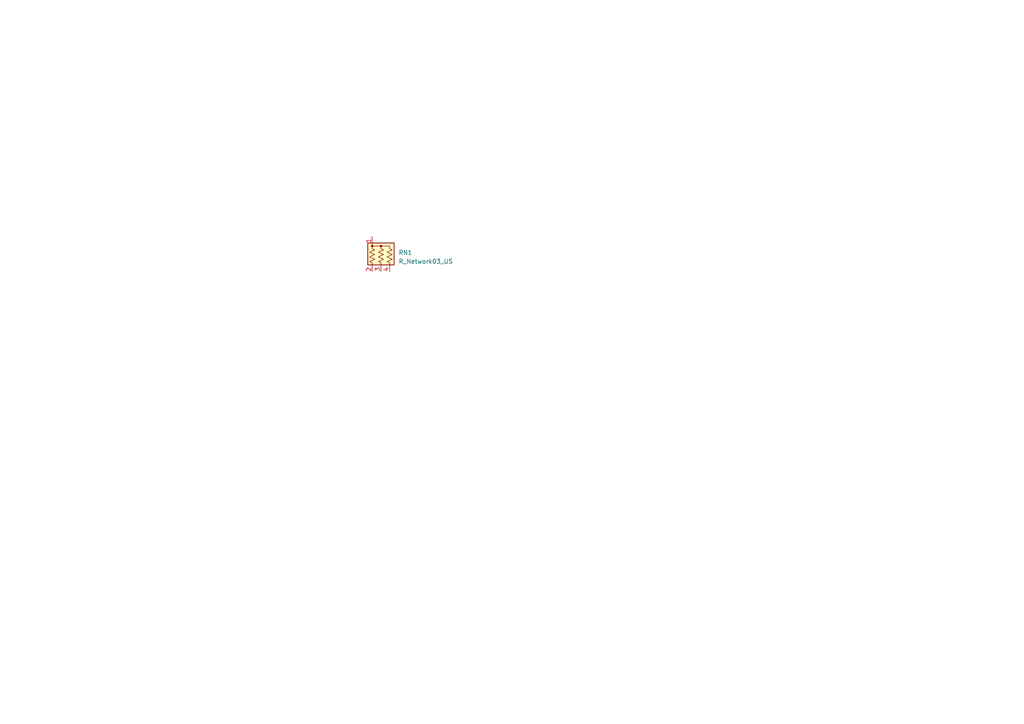
<source format=kicad_sch>
(kicad_sch (version 20230121) (generator eeschema)
  (paper "A4")
  (lib_symbols
    (symbol "Device:R_Network03_US" (pin_names (offset 0) hide)
      (property "Reference" "RN" (at -5.08 0 90))
      (property "Value" "R_Network03_US" (at 5.08 0 90))
      (symbol "R_Network03_US_0_1"
        (rectangle (start -3.81 -3.175) (end 3.81 3.175) (stroke (width 0.254)) (fill (type background)))
        (circle (center -2.54 2.286) (radius 0.254) (fill (type outline)))
        (polyline (pts (xy -2.54 2.286) (xy 2.54 2.286)))
        (polyline (pts (xy -2.54 2.286) (xy -2.54 1.524) (xy -1.778 1.1684) (xy -3.302 0.508) (xy -1.778 -0.1524) (xy -3.302 -0.8382) (xy -1.778 -1.524) (xy -3.302 -2.1844) (xy -2.54 -2.54) (xy -2.54 -3.81)))
        (polyline (pts (xy 0 2.286) (xy 0 1.524) (xy 0.762 1.1684) (xy -0.762 0.508) (xy 0.762 -0.1524) (xy -0.762 -0.8382) (xy 0.762 -1.524) (xy -0.762 -2.1844) (xy 0 -2.54) (xy 0 -3.81)))
        (polyline (pts (xy 2.54 2.286) (xy 2.54 1.524) (xy 3.302 1.1684) (xy 1.778 0.508) (xy 3.302 -0.1524) (xy 1.778 -0.8382) (xy 3.302 -1.524) (xy 1.778 -2.1844) (xy 2.54 -2.54) (xy 2.54 -3.81)))
        (circle (center 0 2.286) (radius 0.254) (fill (type outline)))
      )
      (symbol "R_Network03_US_1_1"
        (pin passive line (at -2.54 5.08 270) (length 2.54) (name "common") (number "1"))
        (pin passive line (at -2.54 -5.08 90) (length 1.27) (name "R1") (number "2"))
        (pin passive line (at 0 -5.08 90) (length 1.27) (name "R2") (number "3"))
        (pin passive line (at 2.54 -5.08 90) (length 1.27) (name "R3") (number "4"))
      )
    )
  )
  (symbol (lib_id "Device:R_Network03_US") (at 110.49 73.66 0) (unit 1)
    (property "Reference" "RN1" (at 115.57 73.279 0) (effects (justify left)))
    (property "Value" "R_Network03_US" (at 115.57 75.819 0) (effects (justify left)))
    (property "Footprint" "Resistor_THT:R_Array_SIP4" (effects hide))
    (property "Datasheet" "http://www.vishay.com/docs/31509/csc.pdf" (effects hide))
  )
)
</source>
